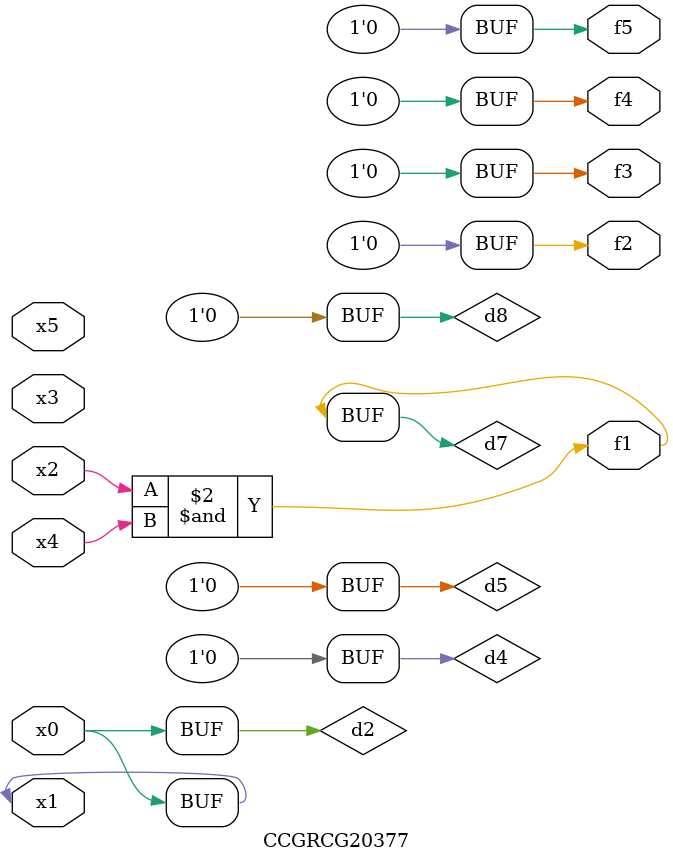
<source format=v>
module CCGRCG20377(
	input x0, x1, x2, x3, x4, x5,
	output f1, f2, f3, f4, f5
);

	wire d1, d2, d3, d4, d5, d6, d7, d8, d9;

	nand (d1, x1);
	buf (d2, x0, x1);
	nand (d3, x2, x4);
	and (d4, d1, d2);
	and (d5, d1, d2);
	nand (d6, d1, d3);
	not (d7, d3);
	xor (d8, d5);
	nor (d9, d5, d6);
	assign f1 = d7;
	assign f2 = d8;
	assign f3 = d8;
	assign f4 = d8;
	assign f5 = d8;
endmodule

</source>
